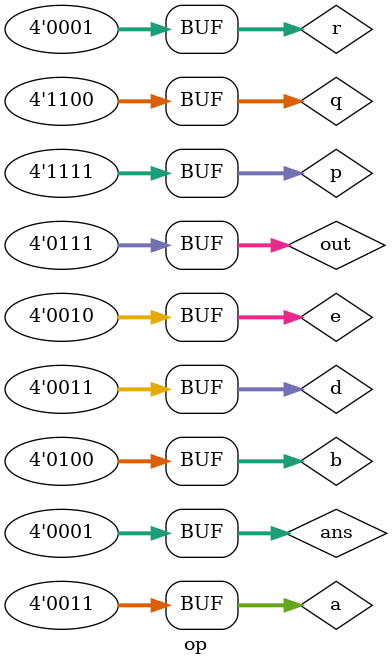
<source format=sv>
module op;
  
  reg [3:0] a = 4'b0011;
  reg [3:0] b = 4'b0100;
  reg [3:0] d= 4'b0011;
  reg [3:0] e = 4'b0010;
  wire [3:0] out;
  wire [3:0] ans,p,q,r;
  
 assign out  = a + b;
 assign p = a-b;
  assign q = a*b;
  assign ans = d/e;
 assign r = d%e;
  
  
  initial
  
    $monitor("t=%0t , a=%d, b=%d, out = %b,ans = %b, d=%d, e=%b, p=%b, q=%b, r=%b" , $time, a,b,out,ans,d,e,p,q,r);
    
endmodule 
</source>
